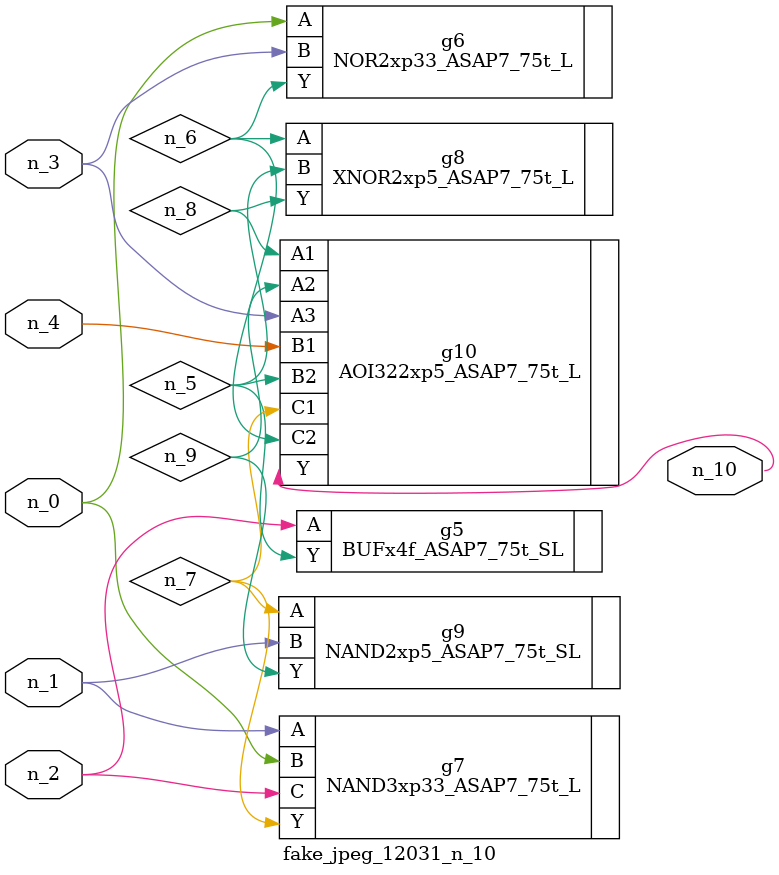
<source format=v>
module fake_jpeg_12031_n_10 (n_3, n_2, n_1, n_0, n_4, n_10);

input n_3;
input n_2;
input n_1;
input n_0;
input n_4;

output n_10;

wire n_8;
wire n_9;
wire n_6;
wire n_5;
wire n_7;

BUFx4f_ASAP7_75t_SL g5 ( 
.A(n_2),
.Y(n_5)
);

NOR2xp33_ASAP7_75t_L g6 ( 
.A(n_0),
.B(n_3),
.Y(n_6)
);

NAND3xp33_ASAP7_75t_L g7 ( 
.A(n_1),
.B(n_0),
.C(n_2),
.Y(n_7)
);

XNOR2xp5_ASAP7_75t_L g8 ( 
.A(n_6),
.B(n_5),
.Y(n_8)
);

AOI322xp5_ASAP7_75t_L g10 ( 
.A1(n_8),
.A2(n_9),
.A3(n_3),
.B1(n_4),
.B2(n_5),
.C1(n_7),
.C2(n_6),
.Y(n_10)
);

NAND2xp5_ASAP7_75t_SL g9 ( 
.A(n_7),
.B(n_1),
.Y(n_9)
);


endmodule
</source>
